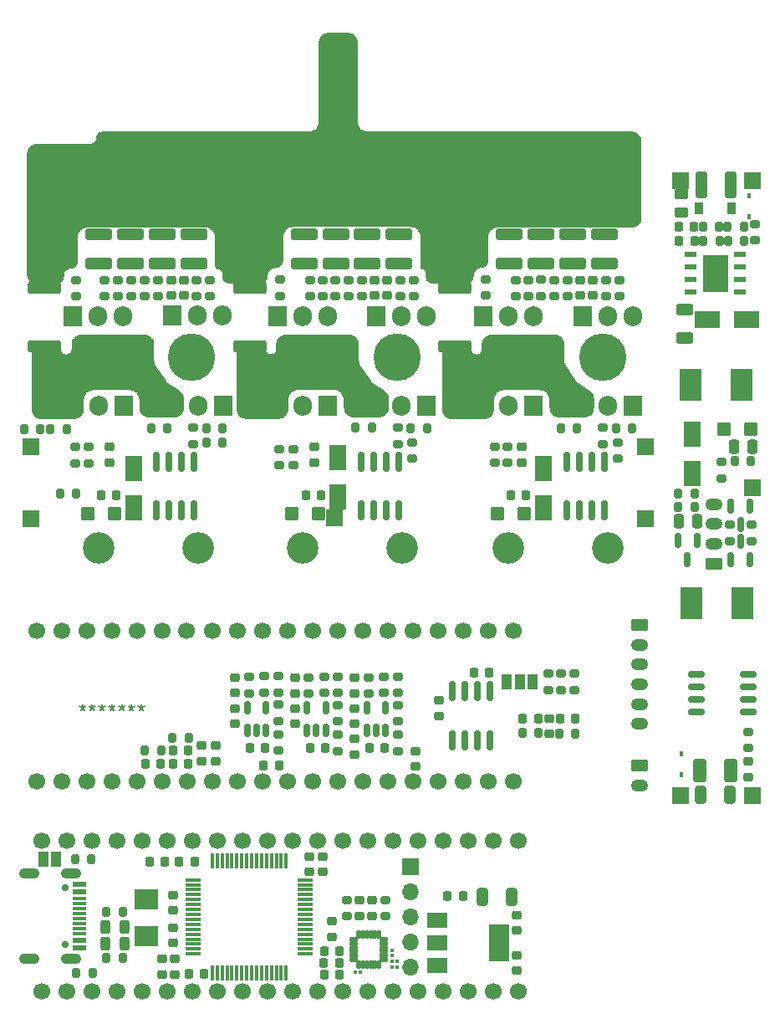
<source format=gbr>
%TF.GenerationSoftware,KiCad,Pcbnew,7.0.10*%
%TF.CreationDate,2024-07-31T12:40:02+02:00*%
%TF.ProjectId,foc,666f632e-6b69-4636-9164-5f7063625858,rev?*%
%TF.SameCoordinates,PXc0145d0PY6b671e0*%
%TF.FileFunction,Soldermask,Top*%
%TF.FilePolarity,Negative*%
%FSLAX46Y46*%
G04 Gerber Fmt 4.6, Leading zero omitted, Abs format (unit mm)*
G04 Created by KiCad (PCBNEW 7.0.10) date 2024-07-31 12:40:02*
%MOMM*%
%LPD*%
G01*
G04 APERTURE LIST*
G04 Aperture macros list*
%AMRoundRect*
0 Rectangle with rounded corners*
0 $1 Rounding radius*
0 $2 $3 $4 $5 $6 $7 $8 $9 X,Y pos of 4 corners*
0 Add a 4 corners polygon primitive as box body*
4,1,4,$2,$3,$4,$5,$6,$7,$8,$9,$2,$3,0*
0 Add four circle primitives for the rounded corners*
1,1,$1+$1,$2,$3*
1,1,$1+$1,$4,$5*
1,1,$1+$1,$6,$7*
1,1,$1+$1,$8,$9*
0 Add four rect primitives between the rounded corners*
20,1,$1+$1,$2,$3,$4,$5,0*
20,1,$1+$1,$4,$5,$6,$7,0*
20,1,$1+$1,$6,$7,$8,$9,0*
20,1,$1+$1,$8,$9,$2,$3,0*%
G04 Aperture macros list end*
%ADD10C,0.150000*%
%ADD11RoundRect,0.200000X0.275000X-0.200000X0.275000X0.200000X-0.275000X0.200000X-0.275000X-0.200000X0*%
%ADD12RoundRect,0.225000X0.250000X-0.225000X0.250000X0.225000X-0.250000X0.225000X-0.250000X-0.225000X0*%
%ADD13R,1.800000X2.500000*%
%ADD14RoundRect,0.225000X-0.250000X0.225000X-0.250000X-0.225000X0.250000X-0.225000X0.250000X0.225000X0*%
%ADD15RoundRect,0.225000X0.225000X0.250000X-0.225000X0.250000X-0.225000X-0.250000X0.225000X-0.250000X0*%
%ADD16R,1.700000X1.700000*%
%ADD17RoundRect,0.250000X1.425000X-0.362500X1.425000X0.362500X-1.425000X0.362500X-1.425000X-0.362500X0*%
%ADD18RoundRect,0.250000X0.450000X0.425000X-0.450000X0.425000X-0.450000X-0.425000X0.450000X-0.425000X0*%
%ADD19RoundRect,0.225000X-0.225000X-0.250000X0.225000X-0.250000X0.225000X0.250000X-0.225000X0.250000X0*%
%ADD20C,3.200000*%
%ADD21RoundRect,0.250000X1.100000X-0.325000X1.100000X0.325000X-1.100000X0.325000X-1.100000X-0.325000X0*%
%ADD22R,2.000000X1.500000*%
%ADD23R,2.000000X3.800000*%
%ADD24RoundRect,0.200000X-0.200000X-0.275000X0.200000X-0.275000X0.200000X0.275000X-0.200000X0.275000X0*%
%ADD25RoundRect,0.200000X-0.275000X0.200000X-0.275000X-0.200000X0.275000X-0.200000X0.275000X0.200000X0*%
%ADD26R,1.000000X1.500000*%
%ADD27RoundRect,0.250000X-0.625000X0.350000X-0.625000X-0.350000X0.625000X-0.350000X0.625000X0.350000X0*%
%ADD28O,1.750000X1.200000*%
%ADD29C,1.700000*%
%ADD30RoundRect,0.150000X0.150000X-0.825000X0.150000X0.825000X-0.150000X0.825000X-0.150000X-0.825000X0*%
%ADD31RoundRect,0.200000X0.200000X0.275000X-0.200000X0.275000X-0.200000X-0.275000X0.200000X-0.275000X0*%
%ADD32RoundRect,0.150000X-0.675000X-0.150000X0.675000X-0.150000X0.675000X0.150000X-0.675000X0.150000X0*%
%ADD33RoundRect,0.075000X-0.125000X-0.075000X0.125000X-0.075000X0.125000X0.075000X-0.125000X0.075000X0*%
%ADD34C,0.700000*%
%ADD35R,1.450000X0.600000*%
%ADD36R,1.450000X0.300000*%
%ADD37O,2.100000X1.050000*%
%ADD38RoundRect,0.250000X0.450000X-0.262500X0.450000X0.262500X-0.450000X0.262500X-0.450000X-0.262500X0*%
%ADD39RoundRect,0.150000X-0.150000X0.587500X-0.150000X-0.587500X0.150000X-0.587500X0.150000X0.587500X0*%
%ADD40RoundRect,0.250000X0.325000X0.650000X-0.325000X0.650000X-0.325000X-0.650000X0.325000X-0.650000X0*%
%ADD41RoundRect,0.150000X0.150000X-0.512500X0.150000X0.512500X-0.150000X0.512500X-0.150000X-0.512500X0*%
%ADD42RoundRect,0.250000X-0.250000X-0.475000X0.250000X-0.475000X0.250000X0.475000X-0.250000X0.475000X0*%
%ADD43RoundRect,0.250000X-0.450000X-0.425000X0.450000X-0.425000X0.450000X0.425000X-0.450000X0.425000X0*%
%ADD44R,2.400000X2.000000*%
%ADD45RoundRect,0.053000X-0.369000X-0.159000X0.369000X-0.159000X0.369000X0.159000X-0.369000X0.159000X0*%
%ADD46RoundRect,0.053000X-0.159000X-0.369000X0.159000X-0.369000X0.159000X0.369000X-0.159000X0.369000X0*%
%ADD47R,0.450000X0.600000*%
%ADD48R,0.900000X1.200000*%
%ADD49RoundRect,0.075000X0.075000X-0.700000X0.075000X0.700000X-0.075000X0.700000X-0.075000X-0.700000X0*%
%ADD50RoundRect,0.075000X0.700000X-0.075000X0.700000X0.075000X-0.700000X0.075000X-0.700000X-0.075000X0*%
%ADD51RoundRect,0.150000X0.150000X-0.587500X0.150000X0.587500X-0.150000X0.587500X-0.150000X-0.587500X0*%
%ADD52R,2.200000X3.300000*%
%ADD53RoundRect,0.243750X-0.243750X-0.456250X0.243750X-0.456250X0.243750X0.456250X-0.243750X0.456250X0*%
%ADD54RoundRect,0.218750X-0.256250X0.218750X-0.256250X-0.218750X0.256250X-0.218750X0.256250X0.218750X0*%
%ADD55RoundRect,0.250000X0.250000X0.475000X-0.250000X0.475000X-0.250000X-0.475000X0.250000X-0.475000X0*%
%ADD56R,1.200000X0.500000*%
%ADD57R,2.540000X3.810000*%
%ADD58RoundRect,0.250000X0.412500X0.925000X-0.412500X0.925000X-0.412500X-0.925000X0.412500X-0.925000X0*%
%ADD59RoundRect,0.075000X-0.075000X0.125000X-0.075000X-0.125000X0.075000X-0.125000X0.075000X0.125000X0*%
%ADD60RoundRect,0.250000X0.625000X-0.312500X0.625000X0.312500X-0.625000X0.312500X-0.625000X-0.312500X0*%
%ADD61RoundRect,0.218750X0.218750X0.256250X-0.218750X0.256250X-0.218750X-0.256250X0.218750X-0.256250X0*%
%ADD62RoundRect,0.250000X0.325000X1.100000X-0.325000X1.100000X-0.325000X-1.100000X0.325000X-1.100000X0*%
%ADD63R,2.500000X1.800000*%
%ADD64R,1.905000X2.000000*%
%ADD65O,1.905000X2.000000*%
%ADD66O,1.700000X1.700000*%
%ADD67C,4.800000*%
%ADD68RoundRect,0.250000X0.625000X-0.350000X0.625000X0.350000X-0.625000X0.350000X-0.625000X-0.350000X0*%
G04 APERTURE END LIST*
D10*
X-70471428Y-6786128D02*
X-70471428Y-7143271D01*
X-70780952Y-7000414D02*
X-70471428Y-7143271D01*
X-70471428Y-7143271D02*
X-70161905Y-7000414D01*
X-70657143Y-7428985D02*
X-70471428Y-7143271D01*
X-70471428Y-7143271D02*
X-70285714Y-7428985D01*
X-69480952Y-6786128D02*
X-69480952Y-7143271D01*
X-69790476Y-7000414D02*
X-69480952Y-7143271D01*
X-69480952Y-7143271D02*
X-69171429Y-7000414D01*
X-69666667Y-7428985D02*
X-69480952Y-7143271D01*
X-69480952Y-7143271D02*
X-69295238Y-7428985D01*
X-68490476Y-6786128D02*
X-68490476Y-7143271D01*
X-68800000Y-7000414D02*
X-68490476Y-7143271D01*
X-68490476Y-7143271D02*
X-68180953Y-7000414D01*
X-68676191Y-7428985D02*
X-68490476Y-7143271D01*
X-68490476Y-7143271D02*
X-68304762Y-7428985D01*
X-67500000Y-6786128D02*
X-67500000Y-7143271D01*
X-67809524Y-7000414D02*
X-67500000Y-7143271D01*
X-67500000Y-7143271D02*
X-67190477Y-7000414D01*
X-67685715Y-7428985D02*
X-67500000Y-7143271D01*
X-67500000Y-7143271D02*
X-67314286Y-7428985D01*
X-66509524Y-6786128D02*
X-66509524Y-7143271D01*
X-66819048Y-7000414D02*
X-66509524Y-7143271D01*
X-66509524Y-7143271D02*
X-66200001Y-7000414D01*
X-66695239Y-7428985D02*
X-66509524Y-7143271D01*
X-66509524Y-7143271D02*
X-66323810Y-7428985D01*
X-65519048Y-6786128D02*
X-65519048Y-7143271D01*
X-65828572Y-7000414D02*
X-65519048Y-7143271D01*
X-65519048Y-7143271D02*
X-65209525Y-7000414D01*
X-65704763Y-7428985D02*
X-65519048Y-7143271D01*
X-65519048Y-7143271D02*
X-65333334Y-7428985D01*
X-64528572Y-6786128D02*
X-64528572Y-7143271D01*
X-64838096Y-7000414D02*
X-64528572Y-7143271D01*
X-64528572Y-7143271D02*
X-64219049Y-7000414D01*
X-64714287Y-7428985D02*
X-64528572Y-7143271D01*
X-64528572Y-7143271D02*
X-64342858Y-7428985D01*
D11*
%TO.C,R18*%
X-27400000Y17625000D03*
X-27400000Y19275000D03*
%TD*%
D12*
%TO.C,C71*%
X-61286429Y-27635000D03*
X-61286429Y-26085000D03*
%TD*%
D13*
%TO.C,D2*%
X-65302500Y17069958D03*
X-65302500Y13069958D03*
%TD*%
D14*
%TO.C,C53*%
X-42935000Y-7230000D03*
X-42935000Y-8780000D03*
%TD*%
D15*
%TO.C,C25*%
X-25535000Y14320000D03*
X-27085000Y14320000D03*
%TD*%
D16*
%TO.C,P6*%
X-9900000Y46220000D03*
%TD*%
D17*
%TO.C,R80*%
X-32751836Y29463879D03*
X-32751836Y35388879D03*
%TD*%
D18*
%TO.C,C9*%
X-67260000Y12520000D03*
X-69960000Y12520000D03*
%TD*%
D11*
%TO.C,R6*%
X-43736429Y-28260000D03*
X-43736429Y-26610000D03*
%TD*%
D19*
%TO.C,C68*%
X-46011429Y-31760000D03*
X-44461429Y-31760000D03*
%TD*%
D20*
%TO.C,H10*%
X-38127500Y9000042D03*
%TD*%
D12*
%TO.C,C60*%
X-20060000Y34545000D03*
X-20060000Y36095000D03*
%TD*%
D21*
%TO.C,C46*%
X-48020000Y37805000D03*
X-48020000Y40755000D03*
%TD*%
D12*
%TO.C,C1*%
X-23222151Y-9765420D03*
X-23222151Y-8215420D03*
%TD*%
D22*
%TO.C,U3*%
X-34586429Y-28660000D03*
X-34586429Y-30960000D03*
D23*
X-28286429Y-30960000D03*
D22*
X-34586429Y-33260000D03*
%TD*%
D15*
%TO.C,C29*%
X-8514999Y40075000D03*
X-10064999Y40075000D03*
%TD*%
D17*
%TO.C,R62*%
X-53510000Y29463879D03*
X-53510000Y35388879D03*
%TD*%
D12*
%TO.C,C22*%
X-42930000Y-11875000D03*
X-42930000Y-10325000D03*
%TD*%
D20*
%TO.C,H3*%
X-48242500Y46700000D03*
%TD*%
D15*
%TO.C,C45*%
X-59765000Y-11500000D03*
X-61315000Y-11500000D03*
%TD*%
D24*
%TO.C,R28*%
X-73735000Y21050000D03*
X-72085000Y21050000D03*
%TD*%
D25*
%TO.C,R65*%
X-36947500Y36145000D03*
X-36947500Y34495000D03*
%TD*%
D16*
%TO.C,P8*%
X-9900000Y-16050000D03*
%TD*%
D25*
%TO.C,R69*%
X-29620000Y36205000D03*
X-29620000Y34555000D03*
%TD*%
D26*
%TO.C,SW1*%
X-24900000Y-4500000D03*
X-26200000Y-4500000D03*
X-27500000Y-4500000D03*
%TD*%
D11*
%TO.C,R9*%
X-4889999Y9725000D03*
X-4889999Y11375000D03*
%TD*%
D25*
%TO.C,R51*%
X-50480000Y36170000D03*
X-50480000Y34520000D03*
%TD*%
D27*
%TO.C,J1*%
X-14060000Y-13020000D03*
D28*
X-14060000Y-15020000D03*
%TD*%
D14*
%TO.C,C69*%
X-62436429Y-32585000D03*
X-62436429Y-34135000D03*
%TD*%
D25*
%TO.C,R55*%
X-45985000Y-3980000D03*
X-45985000Y-5630000D03*
%TD*%
D11*
%TO.C,R16*%
X-49150000Y17375000D03*
X-49150000Y19025000D03*
%TD*%
D21*
%TO.C,C57*%
X-20850000Y37785000D03*
X-20850000Y40735000D03*
%TD*%
D19*
%TO.C,C70*%
X-46011429Y-34200000D03*
X-44461429Y-34200000D03*
%TD*%
D21*
%TO.C,C37*%
X-65600000Y37800000D03*
X-65600000Y40750000D03*
%TD*%
D12*
%TO.C,C43*%
X-48985000Y-8780000D03*
X-48985000Y-7230000D03*
%TD*%
D29*
%TO.C,*%
X-46667500Y-35840000D03*
%TD*%
D24*
%TO.C,R13*%
X-10139999Y14550000D03*
X-8489999Y14550000D03*
%TD*%
D30*
%TO.C,U7*%
X-21452500Y12795000D03*
X-20182500Y12795000D03*
X-18912500Y12795000D03*
X-17642500Y12795000D03*
X-17642500Y17745000D03*
X-18912500Y17745000D03*
X-20182500Y17745000D03*
X-21452500Y17745000D03*
%TD*%
D31*
%TO.C,R8*%
X-2764999Y17800000D03*
X-4414999Y17800000D03*
%TD*%
D18*
%TO.C,C24*%
X-25760000Y12520000D03*
X-28460000Y12520000D03*
%TD*%
D27*
%TO.C,J2*%
X-14050000Y1220000D03*
D28*
X-14050000Y-780000D03*
X-14050000Y-2780000D03*
X-14050000Y-4780000D03*
X-14050000Y-6780000D03*
X-14050000Y-8780000D03*
%TD*%
D32*
%TO.C,U5*%
X-8314999Y-3795000D03*
X-8314999Y-5065000D03*
X-8314999Y-6335000D03*
X-8314999Y-7605000D03*
X-3064999Y-7605000D03*
X-3064999Y-6335000D03*
X-3064999Y-5065000D03*
X-3064999Y-3795000D03*
%TD*%
D15*
%TO.C,C11*%
X-67035000Y14320000D03*
X-68585000Y14320000D03*
%TD*%
D29*
%TO.C,*%
X-74607500Y-35840000D03*
%TD*%
D33*
%TO.C, R4k*%
X-39140000Y-33400000D03*
X-38640000Y-33400000D03*
%TD*%
D24*
%TO.C,R24*%
X-7614999Y40075000D03*
X-5964999Y40075000D03*
%TD*%
D25*
%TO.C,R3*%
X-20700002Y-3700002D03*
X-20700002Y-5350002D03*
%TD*%
%TO.C,R30*%
X-50635000Y-6855000D03*
X-50635000Y-8505000D03*
%TD*%
D30*
%TO.C,U6*%
X-42295000Y12795000D03*
X-41025000Y12795000D03*
X-39755000Y12795000D03*
X-38485000Y12795000D03*
X-38485000Y17745000D03*
X-39755000Y17745000D03*
X-41025000Y17745000D03*
X-42295000Y17745000D03*
%TD*%
D11*
%TO.C,R36*%
X-68260000Y34495000D03*
X-68260000Y36145000D03*
%TD*%
D21*
%TO.C,C49*%
X-38420000Y37805000D03*
X-38420000Y40755000D03*
%TD*%
D29*
%TO.C,*%
X-54287500Y-35840000D03*
%TD*%
D31*
%TO.C,R78*%
X-14785000Y21120000D03*
X-16435000Y21120000D03*
%TD*%
D34*
%TO.C,J6*%
X-72192835Y-25349999D03*
X-72192835Y-31129999D03*
D35*
X-70747835Y-24989999D03*
X-70747835Y-25789999D03*
D36*
X-70747835Y-26989999D03*
X-70747835Y-27989999D03*
X-70747835Y-28489999D03*
X-70747835Y-29489999D03*
D35*
X-70747835Y-31489999D03*
X-70747835Y-30689999D03*
D36*
X-70747835Y-29989999D03*
X-70747835Y-28989999D03*
X-70747835Y-27489999D03*
X-70747835Y-26489999D03*
D37*
X-71662835Y-23919999D03*
X-71662835Y-32559999D03*
X-75842835Y-23919999D03*
X-75842835Y-32559999D03*
%TD*%
D25*
%TO.C,R43*%
X-58910000Y36145000D03*
X-58910000Y34495000D03*
%TD*%
D38*
%TO.C,R20*%
X-9789999Y42987500D03*
X-9789999Y44812500D03*
%TD*%
D39*
%TO.C,Q1*%
X-2889999Y13287500D03*
X-4789999Y13287500D03*
X-3839999Y11412500D03*
%TD*%
D25*
%TO.C,R29*%
X-50635000Y-9855000D03*
X-50635000Y-11505000D03*
%TD*%
D15*
%TO.C,C3*%
X-20589578Y-8260422D03*
X-22139578Y-8260422D03*
%TD*%
D29*
%TO.C,*%
X-41587500Y-35840000D03*
%TD*%
D12*
%TO.C,C73*%
X-61286429Y-30935000D03*
X-61286429Y-29385000D03*
%TD*%
D40*
%TO.C,C13*%
X-27047858Y-26300000D03*
X-29997858Y-26300000D03*
%TD*%
D14*
%TO.C,C16*%
X-26486429Y-32185000D03*
X-26486429Y-33735000D03*
%TD*%
D41*
%TO.C,U10*%
X-47735000Y-9442500D03*
X-46785000Y-9442500D03*
X-45835000Y-9442500D03*
X-45835000Y-7167500D03*
X-47735000Y-7167500D03*
%TD*%
D29*
%TO.C,*%
X-44127500Y-35840000D03*
%TD*%
D42*
%TO.C,C31*%
X-4514999Y19300000D03*
X-2614999Y19300000D03*
%TD*%
D21*
%TO.C,C39*%
X-62400000Y37800000D03*
X-62400000Y40750000D03*
%TD*%
D12*
%TO.C,C66*%
X-45200000Y-30335000D03*
X-45200000Y-28785000D03*
%TD*%
D11*
%TO.C,R79*%
X-16260000Y18045000D03*
X-16260000Y19695000D03*
%TD*%
D31*
%TO.C,R89*%
X-66423928Y-27800000D03*
X-68073928Y-27800000D03*
%TD*%
D11*
%TO.C,R57*%
X-44860000Y34495000D03*
X-44860000Y36145000D03*
%TD*%
D15*
%TO.C,C72*%
X-58161429Y-34060000D03*
X-59711429Y-34060000D03*
%TD*%
D43*
%TO.C,C32*%
X-5514999Y21000000D03*
X-2814999Y21000000D03*
%TD*%
D11*
%TO.C,R15*%
X-71180000Y17575000D03*
X-71180000Y19225000D03*
%TD*%
D29*
%TO.C,*%
X-56827500Y-35840000D03*
%TD*%
D21*
%TO.C,C47*%
X-44820000Y37805000D03*
X-44820000Y40755000D03*
%TD*%
D11*
%TO.C,R37*%
X-65560000Y34495000D03*
X-65560000Y36145000D03*
%TD*%
D44*
%TO.C,Y1*%
X-64000000Y-26550000D03*
X-64000000Y-30250000D03*
%TD*%
D12*
%TO.C,C5*%
X-42436427Y-28210000D03*
X-42436427Y-26660000D03*
%TD*%
D16*
%TO.C,P9*%
X-13450000Y19300000D03*
%TD*%
D29*
%TO.C,*%
X-69527500Y-35840000D03*
%TD*%
D45*
%TO.C,U2*%
X-43024178Y-30620000D03*
X-43024178Y-31020000D03*
X-43024178Y-31420000D03*
X-43024178Y-31820000D03*
X-43024178Y-32220000D03*
X-43024178Y-32620000D03*
D46*
X-42479178Y-33165000D03*
X-42079178Y-33165000D03*
X-41679178Y-33165000D03*
X-41279178Y-33165000D03*
X-40879178Y-33165000D03*
X-40479178Y-33165000D03*
D45*
X-39934178Y-32620000D03*
X-39934178Y-32220000D03*
X-39934178Y-31820000D03*
X-39934178Y-31420000D03*
X-39934178Y-31020000D03*
X-39934178Y-30620000D03*
D46*
X-40479178Y-30075000D03*
X-40879178Y-30075000D03*
X-41279178Y-30075000D03*
X-41679178Y-30075000D03*
X-42079178Y-30075000D03*
X-42479178Y-30075000D03*
%TD*%
D41*
%TO.C,U11*%
X-41685000Y-9442500D03*
X-40735000Y-9442500D03*
X-39785000Y-9442500D03*
X-39785000Y-7167500D03*
X-41685000Y-7167500D03*
%TD*%
D24*
%TO.C,R85*%
X-64175000Y-11500000D03*
X-62525000Y-11500000D03*
%TD*%
D47*
%TO.C,D3*%
X-9839999Y-11800000D03*
X-9839999Y-13900000D03*
%TD*%
D12*
%TO.C,C15*%
X-26486429Y-29685000D03*
X-26486429Y-28135000D03*
%TD*%
D25*
%TO.C,R84*%
X-22690000Y36145000D03*
X-22690000Y34495000D03*
%TD*%
D12*
%TO.C,C50*%
X-39610000Y34545000D03*
X-39610000Y36095000D03*
%TD*%
%TO.C,C67*%
X-47536431Y-23775000D03*
X-47536431Y-22225000D03*
%TD*%
D48*
%TO.C,D6*%
X-8039999Y43400000D03*
X-4739999Y43400000D03*
%TD*%
D16*
%TO.C,P3*%
X-2589999Y46200000D03*
%TD*%
%TO.C,P1*%
X-2639999Y15150000D03*
%TD*%
D25*
%TO.C,R64*%
X-42210000Y36145000D03*
X-42210000Y34495000D03*
%TD*%
%TO.C,R32*%
X-59260000Y21195000D03*
X-59260000Y19545000D03*
%TD*%
D24*
%TO.C,R21*%
X-7639999Y41500000D03*
X-5989999Y41500000D03*
%TD*%
D12*
%TO.C,C14*%
X-67727500Y17695000D03*
X-67727500Y19245000D03*
%TD*%
%TO.C,C61*%
X-36750000Y-13075000D03*
X-36750000Y-11525000D03*
%TD*%
D19*
%TO.C,C54*%
X-41410000Y-11205000D03*
X-39860000Y-11205000D03*
%TD*%
D25*
%TO.C,R68*%
X-38535000Y-6880000D03*
X-38535000Y-8530000D03*
%TD*%
%TO.C,R7*%
X-39786429Y-26585000D03*
X-39786429Y-28235000D03*
%TD*%
D20*
%TO.C,H11*%
X-27327500Y9000042D03*
%TD*%
D49*
%TO.C,U14*%
X-57343627Y-33989997D03*
X-56843627Y-33989997D03*
X-56343627Y-33989997D03*
X-55843627Y-33989997D03*
X-55343627Y-33989997D03*
X-54843627Y-33989997D03*
X-54343627Y-33989997D03*
X-53843627Y-33989997D03*
X-53343627Y-33989997D03*
X-52843627Y-33989997D03*
X-52343627Y-33989997D03*
X-51843627Y-33989997D03*
X-51343627Y-33989997D03*
X-50843627Y-33989997D03*
X-50343627Y-33989997D03*
X-49843627Y-33989997D03*
D50*
X-47918627Y-32064997D03*
X-47918627Y-31564997D03*
X-47918627Y-31064997D03*
X-47918627Y-30564997D03*
X-47918627Y-30064997D03*
X-47918627Y-29564997D03*
X-47918627Y-29064997D03*
X-47918627Y-28564997D03*
X-47918627Y-28064997D03*
X-47918627Y-27564997D03*
X-47918627Y-27064997D03*
X-47918627Y-26564997D03*
X-47918627Y-26064997D03*
X-47918627Y-25564997D03*
X-47918627Y-25064997D03*
X-47918627Y-24564997D03*
D49*
X-49843627Y-22639997D03*
X-50343627Y-22639997D03*
X-50843627Y-22639997D03*
X-51343627Y-22639997D03*
X-51843627Y-22639997D03*
X-52343627Y-22639997D03*
X-52843627Y-22639997D03*
X-53343627Y-22639997D03*
X-53843627Y-22639997D03*
X-54343627Y-22639997D03*
X-54843627Y-22639997D03*
X-55343627Y-22639997D03*
X-55843627Y-22639997D03*
X-56343627Y-22639997D03*
X-56843627Y-22639997D03*
X-57343627Y-22639997D03*
D50*
X-59268627Y-24564997D03*
X-59268627Y-25064997D03*
X-59268627Y-25564997D03*
X-59268627Y-26064997D03*
X-59268627Y-26564997D03*
X-59268627Y-27064997D03*
X-59268627Y-27564997D03*
X-59268627Y-28064997D03*
X-59268627Y-28564997D03*
X-59268627Y-29064997D03*
X-59268627Y-29564997D03*
X-59268627Y-30064997D03*
X-59268627Y-30564997D03*
X-59268627Y-31064997D03*
X-59268627Y-31564997D03*
X-59268627Y-32064997D03*
%TD*%
D31*
%TO.C,R40*%
X-56285000Y21120000D03*
X-57935000Y21120000D03*
%TD*%
D17*
%TO.C,R42*%
X-74301836Y29463837D03*
X-74301836Y35388837D03*
%TD*%
D25*
%TO.C,R45*%
X-57610000Y36145000D03*
X-57610000Y34495000D03*
%TD*%
D18*
%TO.C,C17*%
X-46600000Y12520000D03*
X-49300000Y12520000D03*
%TD*%
D30*
%TO.C,U4*%
X-62985000Y12794958D03*
X-61715000Y12794958D03*
X-60445000Y12794958D03*
X-59175000Y12794958D03*
X-59175000Y17744958D03*
X-60445000Y17744958D03*
X-61715000Y17744958D03*
X-62985000Y17744958D03*
%TD*%
D19*
%TO.C,C2*%
X-25897152Y-8250424D03*
X-24347152Y-8250424D03*
%TD*%
D51*
%TO.C,Q2*%
X-4789999Y7812500D03*
X-2889999Y7812500D03*
X-3839999Y9687500D03*
%TD*%
D52*
%TO.C,CYA0650-68UH1*%
X-8839999Y3400000D03*
X-3639999Y3400000D03*
%TD*%
D31*
%TO.C,R86*%
X-69575000Y-22500000D03*
X-71225000Y-22500000D03*
%TD*%
D29*
%TO.C,*%
X-51747500Y-35840000D03*
%TD*%
D25*
%TO.C,R53*%
X-47585000Y-4080000D03*
X-47585000Y-5730000D03*
%TD*%
D53*
%TO.C,D10*%
X-68125000Y-29300000D03*
X-66250000Y-29300000D03*
%TD*%
D20*
%TO.C,H2*%
X-58860000Y46750000D03*
%TD*%
D25*
%TO.C,R70*%
X-17760000Y21195000D03*
X-17760000Y19545000D03*
%TD*%
D12*
%TO.C,C30*%
X-58390000Y-12545000D03*
X-58390000Y-10995000D03*
%TD*%
D14*
%TO.C,C12*%
X-56960000Y-10995000D03*
X-56960000Y-12545000D03*
%TD*%
D21*
%TO.C,C36*%
X-68800000Y37800000D03*
X-68800000Y40750000D03*
%TD*%
D15*
%TO.C,C7*%
X-29275000Y-3600000D03*
X-30825000Y-3600000D03*
%TD*%
D31*
%TO.C,R4*%
X-24297152Y-9730424D03*
X-25947152Y-9730424D03*
%TD*%
D14*
%TO.C,C4*%
X-34350000Y-6425000D03*
X-34350000Y-7975000D03*
%TD*%
D15*
%TO.C,C27*%
X-8539999Y41500000D03*
X-10089999Y41500000D03*
%TD*%
D24*
%TO.C,R39*%
X-63535000Y21120000D03*
X-61885000Y21120000D03*
%TD*%
D13*
%TO.C,D4*%
X-44612500Y18200000D03*
X-44612500Y14200000D03*
%TD*%
D24*
%TO.C,R59*%
X-42835000Y21200000D03*
X-41185000Y21200000D03*
%TD*%
D12*
%TO.C,C28*%
X-26000000Y17695000D03*
X-26000000Y19245000D03*
%TD*%
D16*
%TO.C,P5*%
X-13450000Y12000000D03*
%TD*%
D25*
%TO.C,R90*%
X-3089999Y-9575000D03*
X-3089999Y-11225000D03*
%TD*%
D39*
%TO.C,Q3*%
X-8250000Y9737500D03*
X-10150000Y9737500D03*
X-9200000Y7862500D03*
%TD*%
D31*
%TO.C,R23*%
X-3464999Y40075000D03*
X-5114999Y40075000D03*
%TD*%
D25*
%TO.C,R83*%
X-16090000Y36145000D03*
X-16090000Y34495000D03*
%TD*%
D47*
%TO.C,D5*%
X-2989999Y44650000D03*
X-2989999Y42550000D03*
%TD*%
D33*
%TO.C,CAP01*%
X-39140000Y-32810000D03*
X-38640000Y-32810000D03*
%TD*%
D13*
%TO.C,D1*%
X-8764999Y20550000D03*
X-8764999Y16550000D03*
%TD*%
%TO.C,D7*%
X-23770000Y17070000D03*
X-23770000Y13070000D03*
%TD*%
D29*
%TO.C,*%
X-49207500Y-35840000D03*
%TD*%
D25*
%TO.C,R1*%
X-23300000Y-3700003D03*
X-23300000Y-5350003D03*
%TD*%
D26*
%TO.C,SW3*%
X-74442835Y-22500000D03*
X-73142835Y-22500000D03*
%TD*%
D11*
%TO.C,R19*%
X-28712500Y17645000D03*
X-28712500Y19295000D03*
%TD*%
D12*
%TO.C,C6*%
X-41136429Y-28210000D03*
X-41136429Y-26660000D03*
%TD*%
D11*
%TO.C,R17*%
X-50550000Y17375000D03*
X-50550000Y19025000D03*
%TD*%
D25*
%TO.C,R72*%
X-38535000Y-3980000D03*
X-38535000Y-5630000D03*
%TD*%
D12*
%TO.C,C52*%
X-42935000Y-5680000D03*
X-42935000Y-4130000D03*
%TD*%
D11*
%TO.C,R14*%
X-69837500Y17605000D03*
X-69837500Y19255000D03*
%TD*%
D31*
%TO.C,R87*%
X-69475000Y-34000000D03*
X-71125000Y-34000000D03*
%TD*%
D19*
%TO.C,C35*%
X-53510000Y-11180000D03*
X-51960000Y-11180000D03*
%TD*%
D31*
%TO.C,R41*%
X-56275000Y19700000D03*
X-57925000Y19700000D03*
%TD*%
D29*
%TO.C,*%
X-72067500Y-35840000D03*
%TD*%
D31*
%TO.C,R22*%
X-3489999Y41500000D03*
X-5139999Y41500000D03*
%TD*%
D11*
%TO.C,R26*%
X-2389999Y40175000D03*
X-2389999Y41825000D03*
%TD*%
D25*
%TO.C,R10*%
X-2700000Y11375000D03*
X-2700000Y9725000D03*
%TD*%
D12*
%TO.C,C34*%
X-55035000Y-8755000D03*
X-55035000Y-7205000D03*
%TD*%
D29*
%TO.C,*%
X-66987500Y-35840000D03*
%TD*%
D40*
%TO.C,C23*%
X-4914999Y-16000000D03*
X-7864999Y-16000000D03*
%TD*%
D12*
%TO.C,C65*%
X-46136429Y-23775000D03*
X-46136429Y-22225000D03*
%TD*%
D14*
%TO.C,C42*%
X-48985000Y-4130000D03*
X-48985000Y-5680000D03*
%TD*%
D12*
%TO.C,C20*%
X-47027500Y17695000D03*
X-47027500Y19245000D03*
%TD*%
D54*
%TO.C,D11*%
X-3089999Y-12612500D03*
X-3089999Y-14187500D03*
%TD*%
D19*
%TO.C,C63*%
X-64125000Y-12800000D03*
X-62575000Y-12800000D03*
%TD*%
%TO.C,C44*%
X-47460000Y-11205000D03*
X-45910000Y-11205000D03*
%TD*%
D20*
%TO.C,H7*%
X-68860000Y9000000D03*
%TD*%
D16*
%TO.C,P4*%
X-2589999Y-16050000D03*
%TD*%
D21*
%TO.C,C48*%
X-41620000Y37805000D03*
X-41620000Y40755000D03*
%TD*%
D20*
%TO.C,H5*%
X-27372500Y46700000D03*
%TD*%
D15*
%TO.C,C19*%
X-46335000Y14320000D03*
X-47885000Y14320000D03*
%TD*%
D55*
%TO.C,C8*%
X-8200000Y11700000D03*
X-10100000Y11700000D03*
%TD*%
D21*
%TO.C,C56*%
X-24050000Y37785000D03*
X-24050000Y40735000D03*
%TD*%
D11*
%TO.C,R74*%
X-26610000Y34495000D03*
X-26610000Y36145000D03*
%TD*%
D29*
%TO.C,*%
X-59367500Y-35840000D03*
%TD*%
%TO.C,*%
X-61907500Y-35840000D03*
%TD*%
D20*
%TO.C,H12*%
X-17277500Y9000042D03*
%TD*%
D16*
%TO.C,P7*%
X-75700000Y19300000D03*
%TD*%
D31*
%TO.C,R60*%
X-35585000Y21120000D03*
X-37235000Y21120000D03*
%TD*%
D21*
%TO.C,C58*%
X-17650000Y37785000D03*
X-17650000Y40735000D03*
%TD*%
D25*
%TO.C,R71*%
X-41535000Y-4080000D03*
X-41535000Y-5730000D03*
%TD*%
D20*
%TO.C,H4*%
X-38172500Y46700000D03*
%TD*%
D31*
%TO.C,R50*%
X-59715000Y-10200000D03*
X-61365000Y-10200000D03*
%TD*%
D11*
%TO.C,R58*%
X-46160000Y34495000D03*
X-46160000Y36145000D03*
%TD*%
D25*
%TO.C,R35*%
X-52035000Y-3955000D03*
X-52035000Y-5605000D03*
%TD*%
%TO.C,R81*%
X-17410000Y36145000D03*
X-17410000Y34495000D03*
%TD*%
D56*
%TO.C,U8*%
X-3880000Y34919999D03*
X-3880000Y36189999D03*
X-3880000Y37459999D03*
X-3880000Y38724999D03*
X-8880000Y38729999D03*
X-8880000Y37459999D03*
X-8880000Y36189999D03*
X-8880000Y34919999D03*
D57*
X-6380000Y36824999D03*
%TD*%
D21*
%TO.C,C38*%
X-59200000Y37800000D03*
X-59200000Y40750000D03*
%TD*%
D29*
%TO.C,*%
X-64447500Y-35840000D03*
%TD*%
D16*
%TO.C,P10*%
X-45000000Y12050000D03*
%TD*%
D19*
%TO.C,C10*%
X-33511429Y-26210000D03*
X-31961429Y-26210000D03*
%TD*%
D58*
%TO.C,C21*%
X-4852499Y-13500000D03*
X-7927499Y-13500000D03*
%TD*%
D11*
%TO.C,R76*%
X-25310000Y34495000D03*
X-25310000Y36145000D03*
%TD*%
%TO.C,R75*%
X-24010000Y34505000D03*
X-24010000Y36155000D03*
%TD*%
D31*
%TO.C,R88*%
X-66423928Y-32500000D03*
X-68073928Y-32500000D03*
%TD*%
D20*
%TO.C,H1*%
X-68942500Y46700000D03*
%TD*%
D11*
%TO.C,R38*%
X-66910000Y34495000D03*
X-66910000Y36145000D03*
%TD*%
D25*
%TO.C,R34*%
X-50635000Y-3955000D03*
X-50635000Y-5605000D03*
%TD*%
D12*
%TO.C,C41*%
X-61510000Y34545000D03*
X-61510000Y36095000D03*
%TD*%
%TO.C,C59*%
X-18760000Y34545000D03*
X-18760000Y36095000D03*
%TD*%
D25*
%TO.C,R63*%
X-38260000Y36145000D03*
X-38260000Y34495000D03*
%TD*%
%TO.C,R52*%
X-38560000Y21195000D03*
X-38560000Y19545000D03*
%TD*%
D20*
%TO.C,H6*%
X-17322500Y46700000D03*
%TD*%
D24*
%TO.C,R77*%
X-22035000Y21120000D03*
X-20385000Y21120000D03*
%TD*%
D41*
%TO.C,U9*%
X-53785000Y-9417500D03*
X-52835000Y-9417500D03*
X-51885000Y-9417500D03*
X-51885000Y-7142500D03*
X-53785000Y-7142500D03*
%TD*%
D59*
%TO.C, R3k*%
X-39150000Y-31680000D03*
X-39150000Y-32180000D03*
%TD*%
D25*
%TO.C,R54*%
X-44585000Y-3980000D03*
X-44585000Y-5630000D03*
%TD*%
D19*
%TO.C,C74*%
X-60681429Y-22700000D03*
X-59131429Y-22700000D03*
%TD*%
D11*
%TO.C,R61*%
X-37060000Y18045000D03*
X-37060000Y19695000D03*
%TD*%
D12*
%TO.C,C40*%
X-60210000Y34545000D03*
X-60210000Y36095000D03*
%TD*%
D60*
%TO.C,R25*%
X-9489999Y30237500D03*
X-9489999Y33162500D03*
%TD*%
D20*
%TO.C,H9*%
X-48177500Y9000042D03*
%TD*%
D16*
%TO.C,P2*%
X-75700000Y12000000D03*
%TD*%
D15*
%TO.C,C18*%
X-50585000Y-13000000D03*
X-52135000Y-13000000D03*
%TD*%
D25*
%TO.C,R67*%
X-38535000Y-9880000D03*
X-38535000Y-11530000D03*
%TD*%
D14*
%TO.C,C75*%
X-61136429Y-32585000D03*
X-61136429Y-34135000D03*
%TD*%
D31*
%TO.C,R5*%
X-20539578Y-9750423D03*
X-22189578Y-9750423D03*
%TD*%
D11*
%TO.C,R12*%
X-5789999Y16075000D03*
X-5789999Y17725000D03*
%TD*%
D20*
%TO.C,H8*%
X-58777500Y9000042D03*
%TD*%
D25*
%TO.C,R73*%
X-39935000Y-3980000D03*
X-39935000Y-5630000D03*
%TD*%
%TO.C,R44*%
X-62860000Y36145000D03*
X-62860000Y34495000D03*
%TD*%
D33*
%TO.C,CAP02*%
X-42870000Y-33900000D03*
X-42370000Y-33900000D03*
%TD*%
D30*
%TO.C,U1*%
X-32990000Y-10450000D03*
X-31720000Y-10450000D03*
X-30450000Y-10450000D03*
X-29180000Y-10450000D03*
X-29180000Y-5500000D03*
X-30450000Y-5500000D03*
X-31720000Y-5500000D03*
X-32990000Y-5500000D03*
%TD*%
D31*
%TO.C,R27*%
X-74735000Y21050000D03*
X-76385000Y21050000D03*
%TD*%
D25*
%TO.C,R46*%
X-64210000Y36145000D03*
X-64210000Y34495000D03*
%TD*%
D31*
%TO.C,R48*%
X-71125000Y14550000D03*
X-72775000Y14550000D03*
%TD*%
D25*
%TO.C,R2*%
X-22000002Y-3700002D03*
X-22000002Y-5350002D03*
%TD*%
D61*
%TO.C,L1*%
X-44448929Y-33000000D03*
X-46023929Y-33000000D03*
%TD*%
D21*
%TO.C,C55*%
X-27250000Y37785000D03*
X-27250000Y40735000D03*
%TD*%
D25*
%TO.C,R31*%
X-71130000Y36145000D03*
X-71130000Y34495000D03*
%TD*%
D14*
%TO.C,C33*%
X-55035000Y-4105000D03*
X-55035000Y-5655000D03*
%TD*%
D15*
%TO.C,C64*%
X-62125000Y-22700000D03*
X-63675000Y-22700000D03*
%TD*%
D53*
%TO.C,D9*%
X-68125000Y-31000000D03*
X-66250000Y-31000000D03*
%TD*%
D19*
%TO.C,C62*%
X-61315000Y-12800000D03*
X-59765000Y-12800000D03*
%TD*%
D12*
%TO.C,C51*%
X-40910000Y34545000D03*
X-40910000Y36095000D03*
%TD*%
D24*
%TO.C,R11*%
X-10139999Y13200000D03*
X-8489999Y13200000D03*
%TD*%
D25*
%TO.C,R66*%
X-43547500Y36145000D03*
X-43547500Y34495000D03*
%TD*%
%TO.C,R47*%
X-44585000Y-9880000D03*
X-44585000Y-11530000D03*
%TD*%
D52*
%TO.C,CYA0650-68UH2*%
X-8889999Y25500000D03*
X-3689999Y25500000D03*
%TD*%
D25*
%TO.C,R49*%
X-44585000Y-6880000D03*
X-44585000Y-8530000D03*
%TD*%
D11*
%TO.C,R56*%
X-47460000Y34495000D03*
X-47460000Y36145000D03*
%TD*%
D62*
%TO.C,C26*%
X-4804999Y45770000D03*
X-7754999Y45770000D03*
%TD*%
D25*
%TO.C,R33*%
X-53635000Y-4055000D03*
X-53635000Y-5705000D03*
%TD*%
D63*
%TO.C,D8*%
X-7189999Y32100000D03*
X-3189999Y32100000D03*
%TD*%
D25*
%TO.C,R82*%
X-21360000Y36145000D03*
X-21360000Y34495000D03*
%TD*%
D64*
%TO.C,Q11*%
X-35610000Y23370000D03*
D65*
X-38150000Y23370000D03*
X-40690000Y23370000D03*
%TD*%
D64*
%TO.C,Q5*%
X-66342500Y23369958D03*
D65*
X-68882500Y23369958D03*
X-71422500Y23369958D03*
%TD*%
D64*
%TO.C,Q12*%
X-29890000Y32470000D03*
D65*
X-27350000Y32470000D03*
X-24810000Y32470000D03*
%TD*%
D16*
%TO.C,P11*%
X-37236429Y-23235000D03*
D66*
X-37236429Y-25775000D03*
X-37236429Y-28315000D03*
X-37236429Y-30855000D03*
X-37236429Y-33395000D03*
%TD*%
D67*
%TO.C,H13*%
X-59400000Y28320000D03*
%TD*%
%TO.C,H15*%
X-17800000Y28300000D03*
%TD*%
D64*
%TO.C,Q9*%
X-45660000Y23370000D03*
D65*
X-48200000Y23370000D03*
X-50740000Y23370000D03*
%TD*%
D29*
%TO.C,U12*%
X-26867500Y-14645000D03*
X-29407500Y-14645000D03*
X-31947500Y-14645000D03*
X-34487500Y-14645000D03*
X-37027500Y-14645000D03*
X-39567500Y-14645000D03*
X-42107500Y-14645000D03*
X-44647500Y-14645000D03*
X-47187500Y-14645000D03*
X-49727500Y-14645000D03*
X-52267500Y-14645000D03*
X-54807500Y-14645000D03*
X-57347500Y-14645000D03*
X-59887500Y-14645000D03*
X-62427500Y-14645000D03*
X-64967500Y-14645000D03*
X-67507500Y-14645000D03*
X-70047500Y-14645000D03*
X-72587500Y-14645000D03*
X-75127500Y-14645000D03*
X-75127500Y595000D03*
X-72587500Y595000D03*
X-70047500Y595000D03*
X-67507500Y595000D03*
X-64967500Y595000D03*
X-62427500Y595000D03*
X-59911105Y604993D03*
X-57347500Y595000D03*
X-54807500Y595000D03*
X-52267500Y595000D03*
X-49727500Y595000D03*
X-47187500Y595000D03*
X-44647500Y595000D03*
X-42107500Y595000D03*
X-39567500Y595000D03*
X-37027500Y595000D03*
X-34487500Y595000D03*
X-31947500Y595000D03*
X-29407500Y595000D03*
X-26867500Y595000D03*
%TD*%
D64*
%TO.C,Q14*%
X-19840000Y32470000D03*
D65*
X-17300000Y32470000D03*
X-14760000Y32470000D03*
%TD*%
D64*
%TO.C,Q4*%
X-71460000Y32470000D03*
D65*
X-68920000Y32470000D03*
X-66380000Y32470000D03*
%TD*%
D68*
%TO.C,J4*%
X-6489999Y7450000D03*
D28*
X-6489999Y9450000D03*
X-6489999Y11450000D03*
X-6489999Y13450000D03*
%TD*%
D64*
%TO.C,Q15*%
X-14760000Y23370000D03*
D65*
X-17300000Y23370000D03*
X-19840000Y23370000D03*
%TD*%
D64*
%TO.C,Q7*%
X-56260000Y23370000D03*
D65*
X-58800000Y23370000D03*
X-61340000Y23370000D03*
%TD*%
D64*
%TO.C,Q13*%
X-24810000Y23370000D03*
D65*
X-27350000Y23370000D03*
X-29890000Y23370000D03*
%TD*%
D64*
%TO.C,Q10*%
X-40690000Y32470000D03*
D65*
X-38150000Y32470000D03*
X-35610000Y32470000D03*
%TD*%
D64*
%TO.C,Q8*%
X-50760000Y32470000D03*
D65*
X-48220000Y32470000D03*
X-45680000Y32470000D03*
%TD*%
D67*
%TO.C,H14*%
X-38600000Y28300000D03*
%TD*%
D64*
%TO.C,Q6*%
X-61377500Y32520000D03*
D65*
X-58837500Y32520000D03*
X-56297500Y32520000D03*
%TD*%
D29*
%TO.C,U12*%
X-26347500Y-35840000D03*
X-28887500Y-35840000D03*
X-31427500Y-35840000D03*
X-33967500Y-35840000D03*
X-36507500Y-35840000D03*
X-39047500Y-35840000D03*
X-41587500Y-35840000D03*
X-44127500Y-35840000D03*
X-46667500Y-35840000D03*
X-49207500Y-35840000D03*
X-51747500Y-35840000D03*
X-54287500Y-35840000D03*
X-56827500Y-35840000D03*
X-59367500Y-35840000D03*
X-61907500Y-35840000D03*
X-64447500Y-35840000D03*
X-66987500Y-35840000D03*
X-69527500Y-35840000D03*
X-72067500Y-35840000D03*
X-74607500Y-35840000D03*
X-74607500Y-20600000D03*
X-72067500Y-20600000D03*
X-69527500Y-20600000D03*
X-66987500Y-20600000D03*
X-64447500Y-20600000D03*
X-61907500Y-20600000D03*
X-59391105Y-20590007D03*
X-56827500Y-20600000D03*
X-54287500Y-20600000D03*
X-51747500Y-20600000D03*
X-49207500Y-20600000D03*
X-46667500Y-20600000D03*
X-44127500Y-20600000D03*
X-41587500Y-20600000D03*
X-39047500Y-20600000D03*
X-36507500Y-20600000D03*
X-33967500Y-20600000D03*
X-31427500Y-20600000D03*
X-28887500Y-20600000D03*
X-26347500Y-20600000D03*
%TD*%
G36*
X-43485347Y30622520D02*
G01*
X-43473008Y30621899D01*
X-43296593Y30604326D01*
X-43272394Y30599487D01*
X-43108749Y30549679D01*
X-43085956Y30540216D01*
X-42935147Y30459459D01*
X-42914637Y30445734D01*
X-42782469Y30337136D01*
X-42765027Y30319676D01*
X-42656560Y30187394D01*
X-42642857Y30166871D01*
X-42562252Y30015982D01*
X-42552811Y29993180D01*
X-42503167Y29829481D01*
X-42498352Y29805277D01*
X-42480958Y29628854D01*
X-42480350Y29616514D01*
X-42480055Y28019296D01*
X-42480055Y28019289D01*
X-42461287Y27826645D01*
X-42405748Y27641206D01*
X-42315522Y27469938D01*
X-41359460Y26016414D01*
X-41359457Y26016410D01*
X-41236012Y25863790D01*
X-41085162Y25738247D01*
X-41085142Y25738232D01*
X-39923935Y24950973D01*
X-39914118Y24943595D01*
X-39778572Y24830973D01*
X-39761320Y24813533D01*
X-39654066Y24681580D01*
X-39640520Y24661128D01*
X-39560866Y24510891D01*
X-39551539Y24488202D01*
X-39502508Y24325384D01*
X-39497754Y24301318D01*
X-39480598Y24125925D01*
X-39480000Y24113659D01*
X-39480000Y23240031D01*
X-39480610Y23227651D01*
X-39498086Y23050651D01*
X-39502928Y23026369D01*
X-39552866Y22862168D01*
X-39562363Y22839301D01*
X-39643452Y22688030D01*
X-39657237Y22667463D01*
X-39766335Y22534978D01*
X-39783877Y22517503D01*
X-39916783Y22408908D01*
X-39937402Y22395202D01*
X-40088978Y22314693D01*
X-40111882Y22305282D01*
X-40276276Y22255971D01*
X-40300576Y22251222D01*
X-40477648Y22234422D01*
X-40490031Y22233860D01*
X-42997668Y22243443D01*
X-43009985Y22244094D01*
X-43186070Y22262074D01*
X-43210221Y22266962D01*
X-43373508Y22317048D01*
X-43396245Y22326542D01*
X-43546665Y22407451D01*
X-43567120Y22421189D01*
X-43698916Y22529824D01*
X-43716306Y22547280D01*
X-43824441Y22679490D01*
X-43838101Y22699998D01*
X-43918436Y22850723D01*
X-43927844Y22873496D01*
X-43977309Y23036972D01*
X-43982105Y23061141D01*
X-43999415Y23237295D01*
X-44000019Y23249615D01*
X-44000032Y23997766D01*
X-44000034Y23997790D01*
X-44019237Y24192799D01*
X-44019239Y24192809D01*
X-44076113Y24380347D01*
X-44168469Y24553190D01*
X-44168470Y24553191D01*
X-44225462Y24622664D01*
X-44253203Y24688016D01*
X-44254047Y24702577D01*
X-44254048Y24743397D01*
X-44294870Y24743417D01*
X-44362981Y24763453D01*
X-44374767Y24772039D01*
X-44444215Y24829064D01*
X-44617022Y24921504D01*
X-44804522Y24978461D01*
X-44999545Y24997760D01*
X-48599519Y24999513D01*
X-48599522Y24999513D01*
X-48794672Y24980382D01*
X-48982346Y24923533D01*
X-49155314Y24831154D01*
X-49155321Y24831149D01*
X-49224467Y24774435D01*
X-49289823Y24746700D01*
X-49304433Y24745857D01*
X-49346000Y24745877D01*
X-49346000Y24704311D01*
X-49366002Y24636190D01*
X-49374617Y24624358D01*
X-49431365Y24555240D01*
X-49523833Y24382310D01*
X-49580774Y24194663D01*
X-49600000Y23999512D01*
X-49600000Y23102400D01*
X-49600604Y23090079D01*
X-49617913Y22913924D01*
X-49622708Y22889755D01*
X-49672175Y22726264D01*
X-49681584Y22703489D01*
X-49761923Y22552759D01*
X-49775583Y22532252D01*
X-49883717Y22400044D01*
X-49901109Y22382587D01*
X-50032917Y22273946D01*
X-50053372Y22260208D01*
X-50203793Y22179302D01*
X-50226532Y22169807D01*
X-50389832Y22119722D01*
X-50413984Y22114835D01*
X-50590080Y22096861D01*
X-50602398Y22096211D01*
X-53880016Y22083819D01*
X-53892398Y22084382D01*
X-54069462Y22101188D01*
X-54093761Y22105938D01*
X-54258146Y22155252D01*
X-54281048Y22164662D01*
X-54432619Y22245173D01*
X-54453238Y22258880D01*
X-54586134Y22367473D01*
X-54603675Y22384947D01*
X-54712774Y22517437D01*
X-54726559Y22538005D01*
X-54807641Y22689269D01*
X-54817137Y22712134D01*
X-54867074Y22876332D01*
X-54871916Y22900615D01*
X-54889390Y23077611D01*
X-54890000Y23089990D01*
X-54890000Y28913813D01*
X-54889393Y28926163D01*
X-54872002Y29102738D01*
X-54867184Y29126963D01*
X-54817483Y29290809D01*
X-54808030Y29313630D01*
X-54727319Y29464628D01*
X-54713596Y29485166D01*
X-54604980Y29617515D01*
X-54587515Y29634980D01*
X-54455166Y29743596D01*
X-54434628Y29757319D01*
X-54283630Y29838030D01*
X-54260809Y29847483D01*
X-54096963Y29897184D01*
X-54072738Y29902002D01*
X-53896163Y29919393D01*
X-53883813Y29920000D01*
X-52578258Y29920000D01*
X-52561812Y29918922D01*
X-52418216Y29900018D01*
X-52386444Y29891505D01*
X-52260327Y29839266D01*
X-52231840Y29822819D01*
X-52123541Y29739717D01*
X-52100284Y29716460D01*
X-52017182Y29608161D01*
X-52000735Y29579674D01*
X-51948496Y29453557D01*
X-51939983Y29421785D01*
X-51921078Y29278189D01*
X-51920000Y29261743D01*
X-51920000Y29149998D01*
X-51901941Y29012827D01*
X-51901940Y29012823D01*
X-51848996Y28885006D01*
X-51848989Y28884994D01*
X-51764768Y28775233D01*
X-51655007Y28691012D01*
X-51654995Y28691005D01*
X-51527178Y28638061D01*
X-51527174Y28638060D01*
X-51390001Y28620001D01*
X-51252839Y28638062D01*
X-51125029Y28691013D01*
X-51015284Y28775242D01*
X-50931083Y28885012D01*
X-50931080Y28885017D01*
X-50878166Y29012834D01*
X-50860142Y29149994D01*
X-50860142Y29149999D01*
X-50860268Y29623668D01*
X-50859663Y29636031D01*
X-50842286Y29812772D01*
X-50837465Y29837020D01*
X-50787717Y30001013D01*
X-50778254Y30023853D01*
X-50697439Y30174979D01*
X-50683697Y30195533D01*
X-50574931Y30327962D01*
X-50557442Y30345434D01*
X-50424910Y30454078D01*
X-50404345Y30467800D01*
X-50253147Y30548475D01*
X-50230297Y30557918D01*
X-50066259Y30607513D01*
X-50042006Y30612312D01*
X-49865241Y30629525D01*
X-49852879Y30630118D01*
X-43485347Y30622520D01*
G37*
G36*
X-64215347Y30602520D02*
G01*
X-64203008Y30601899D01*
X-64026593Y30584326D01*
X-64002394Y30579487D01*
X-63838749Y30529679D01*
X-63815956Y30520216D01*
X-63665147Y30439459D01*
X-63644637Y30425734D01*
X-63512469Y30317136D01*
X-63495027Y30299676D01*
X-63386560Y30167394D01*
X-63372857Y30146871D01*
X-63292252Y29995982D01*
X-63282811Y29973180D01*
X-63233167Y29809481D01*
X-63228352Y29785277D01*
X-63210958Y29608854D01*
X-63210350Y29596514D01*
X-63210055Y27999296D01*
X-63210055Y27999289D01*
X-63191287Y27806645D01*
X-63135748Y27621206D01*
X-63045522Y27449938D01*
X-62089460Y25996414D01*
X-62089457Y25996410D01*
X-61966012Y25843790D01*
X-61815162Y25718247D01*
X-61815142Y25718232D01*
X-60653935Y24930973D01*
X-60644118Y24923595D01*
X-60508572Y24810973D01*
X-60491320Y24793533D01*
X-60384066Y24661580D01*
X-60370520Y24641128D01*
X-60290866Y24490891D01*
X-60281539Y24468202D01*
X-60232508Y24305384D01*
X-60227754Y24281318D01*
X-60210598Y24105925D01*
X-60210000Y24093659D01*
X-60210000Y23220031D01*
X-60210610Y23207651D01*
X-60228086Y23030651D01*
X-60232928Y23006369D01*
X-60282866Y22842168D01*
X-60292363Y22819301D01*
X-60373452Y22668030D01*
X-60387237Y22647463D01*
X-60496335Y22514978D01*
X-60513877Y22497503D01*
X-60646783Y22388908D01*
X-60667402Y22375202D01*
X-60818978Y22294693D01*
X-60841882Y22285282D01*
X-61006276Y22235971D01*
X-61030576Y22231222D01*
X-61207648Y22214422D01*
X-61220031Y22213860D01*
X-63727668Y22223443D01*
X-63739985Y22224094D01*
X-63916070Y22242074D01*
X-63940221Y22246962D01*
X-64103508Y22297048D01*
X-64126245Y22306542D01*
X-64276665Y22387451D01*
X-64297120Y22401189D01*
X-64428916Y22509824D01*
X-64446306Y22527280D01*
X-64554441Y22659490D01*
X-64568101Y22679998D01*
X-64648436Y22830723D01*
X-64657844Y22853496D01*
X-64707309Y23016972D01*
X-64712105Y23041141D01*
X-64729415Y23217295D01*
X-64730019Y23229615D01*
X-64730032Y23977766D01*
X-64730034Y23977790D01*
X-64749237Y24172799D01*
X-64749239Y24172809D01*
X-64806113Y24360347D01*
X-64898469Y24533190D01*
X-64898470Y24533191D01*
X-64955462Y24602664D01*
X-64983203Y24668016D01*
X-64984047Y24682577D01*
X-64984048Y24723397D01*
X-65024870Y24723417D01*
X-65092981Y24743453D01*
X-65104767Y24752039D01*
X-65174215Y24809064D01*
X-65347022Y24901504D01*
X-65534522Y24958461D01*
X-65729545Y24977760D01*
X-69329519Y24979513D01*
X-69329522Y24979513D01*
X-69524672Y24960382D01*
X-69712346Y24903533D01*
X-69885314Y24811154D01*
X-69885321Y24811149D01*
X-69954467Y24754435D01*
X-70019823Y24726700D01*
X-70034433Y24725857D01*
X-70076000Y24725877D01*
X-70076000Y24684311D01*
X-70096002Y24616190D01*
X-70104617Y24604358D01*
X-70161365Y24535240D01*
X-70253833Y24362310D01*
X-70310774Y24174663D01*
X-70330000Y23979512D01*
X-70330000Y23082400D01*
X-70330604Y23070079D01*
X-70347913Y22893924D01*
X-70352708Y22869755D01*
X-70402175Y22706264D01*
X-70411584Y22683489D01*
X-70491923Y22532759D01*
X-70505583Y22512252D01*
X-70613717Y22380044D01*
X-70631109Y22362587D01*
X-70762917Y22253946D01*
X-70783372Y22240208D01*
X-70933793Y22159302D01*
X-70956532Y22149807D01*
X-71119832Y22099722D01*
X-71143984Y22094835D01*
X-71320080Y22076861D01*
X-71332398Y22076211D01*
X-74610016Y22063819D01*
X-74622398Y22064382D01*
X-74799462Y22081188D01*
X-74823761Y22085938D01*
X-74988146Y22135252D01*
X-75011048Y22144662D01*
X-75162619Y22225173D01*
X-75183238Y22238880D01*
X-75316134Y22347473D01*
X-75333675Y22364947D01*
X-75442774Y22497437D01*
X-75456559Y22518005D01*
X-75537641Y22669269D01*
X-75547137Y22692134D01*
X-75597074Y22856332D01*
X-75601916Y22880615D01*
X-75619390Y23057611D01*
X-75620000Y23069990D01*
X-75620000Y28893813D01*
X-75619393Y28906163D01*
X-75602002Y29082738D01*
X-75597184Y29106963D01*
X-75547483Y29270809D01*
X-75538030Y29293630D01*
X-75457319Y29444628D01*
X-75443596Y29465166D01*
X-75334980Y29597515D01*
X-75317515Y29614980D01*
X-75185166Y29723596D01*
X-75164628Y29737319D01*
X-75013630Y29818030D01*
X-74990809Y29827483D01*
X-74826963Y29877184D01*
X-74802738Y29882002D01*
X-74626163Y29899393D01*
X-74613813Y29900000D01*
X-73308258Y29900000D01*
X-73291812Y29898922D01*
X-73148216Y29880018D01*
X-73116444Y29871505D01*
X-72990327Y29819266D01*
X-72961840Y29802819D01*
X-72853541Y29719717D01*
X-72830284Y29696460D01*
X-72747182Y29588161D01*
X-72730735Y29559674D01*
X-72678496Y29433557D01*
X-72669983Y29401785D01*
X-72651078Y29258189D01*
X-72650000Y29241743D01*
X-72650000Y29129998D01*
X-72631941Y28992827D01*
X-72631940Y28992823D01*
X-72578996Y28865006D01*
X-72578989Y28864994D01*
X-72494768Y28755233D01*
X-72385007Y28671012D01*
X-72384995Y28671005D01*
X-72257178Y28618061D01*
X-72257174Y28618060D01*
X-72120001Y28600001D01*
X-71982839Y28618062D01*
X-71855029Y28671013D01*
X-71745284Y28755242D01*
X-71661083Y28865012D01*
X-71661080Y28865017D01*
X-71608166Y28992834D01*
X-71590142Y29129994D01*
X-71590142Y29129999D01*
X-71590268Y29603668D01*
X-71589663Y29616031D01*
X-71572286Y29792772D01*
X-71567465Y29817020D01*
X-71517717Y29981013D01*
X-71508254Y30003853D01*
X-71427439Y30154979D01*
X-71413697Y30175533D01*
X-71304931Y30307962D01*
X-71287442Y30325434D01*
X-71154910Y30434078D01*
X-71134345Y30447800D01*
X-70983147Y30528475D01*
X-70960297Y30537918D01*
X-70796259Y30587513D01*
X-70772006Y30592312D01*
X-70595241Y30609525D01*
X-70582879Y30610118D01*
X-64215347Y30602520D01*
G37*
G36*
X-22665347Y30602520D02*
G01*
X-22653008Y30601899D01*
X-22476593Y30584326D01*
X-22452394Y30579487D01*
X-22288749Y30529679D01*
X-22265956Y30520216D01*
X-22115147Y30439459D01*
X-22094637Y30425734D01*
X-21962469Y30317136D01*
X-21945027Y30299676D01*
X-21836560Y30167394D01*
X-21822857Y30146871D01*
X-21742252Y29995982D01*
X-21732811Y29973180D01*
X-21683167Y29809481D01*
X-21678352Y29785277D01*
X-21660958Y29608854D01*
X-21660350Y29596514D01*
X-21660055Y27999296D01*
X-21660055Y27999289D01*
X-21641287Y27806645D01*
X-21585748Y27621206D01*
X-21495522Y27449938D01*
X-20539460Y25996414D01*
X-20539457Y25996410D01*
X-20416012Y25843790D01*
X-20265162Y25718247D01*
X-20265142Y25718232D01*
X-19103935Y24930973D01*
X-19094118Y24923595D01*
X-18958572Y24810973D01*
X-18941320Y24793533D01*
X-18834066Y24661580D01*
X-18820520Y24641128D01*
X-18740866Y24490891D01*
X-18731539Y24468202D01*
X-18682508Y24305384D01*
X-18677754Y24281318D01*
X-18660598Y24105925D01*
X-18660000Y24093659D01*
X-18660000Y23220031D01*
X-18660610Y23207651D01*
X-18678086Y23030651D01*
X-18682928Y23006369D01*
X-18732866Y22842168D01*
X-18742363Y22819301D01*
X-18823452Y22668030D01*
X-18837237Y22647463D01*
X-18946335Y22514978D01*
X-18963877Y22497503D01*
X-19096783Y22388908D01*
X-19117402Y22375202D01*
X-19268978Y22294693D01*
X-19291882Y22285282D01*
X-19456276Y22235971D01*
X-19480576Y22231222D01*
X-19657648Y22214422D01*
X-19670031Y22213860D01*
X-22177668Y22223443D01*
X-22189985Y22224094D01*
X-22366070Y22242074D01*
X-22390221Y22246962D01*
X-22553508Y22297048D01*
X-22576245Y22306542D01*
X-22726665Y22387451D01*
X-22747120Y22401189D01*
X-22878916Y22509824D01*
X-22896306Y22527280D01*
X-23004441Y22659490D01*
X-23018101Y22679998D01*
X-23098436Y22830723D01*
X-23107844Y22853496D01*
X-23157309Y23016972D01*
X-23162105Y23041141D01*
X-23179415Y23217295D01*
X-23180019Y23229615D01*
X-23180032Y23977766D01*
X-23180034Y23977790D01*
X-23199237Y24172799D01*
X-23199239Y24172809D01*
X-23256113Y24360347D01*
X-23348469Y24533190D01*
X-23348470Y24533191D01*
X-23405462Y24602664D01*
X-23433203Y24668016D01*
X-23434047Y24682577D01*
X-23434048Y24723397D01*
X-23474870Y24723417D01*
X-23542981Y24743453D01*
X-23554767Y24752039D01*
X-23624215Y24809064D01*
X-23797022Y24901504D01*
X-23984522Y24958461D01*
X-24179545Y24977760D01*
X-27779519Y24979513D01*
X-27779522Y24979513D01*
X-27974672Y24960382D01*
X-28162346Y24903533D01*
X-28335314Y24811154D01*
X-28335321Y24811149D01*
X-28404467Y24754435D01*
X-28469823Y24726700D01*
X-28484433Y24725857D01*
X-28526000Y24725877D01*
X-28526000Y24684311D01*
X-28546002Y24616190D01*
X-28554617Y24604358D01*
X-28611365Y24535240D01*
X-28703833Y24362310D01*
X-28760774Y24174663D01*
X-28780000Y23979512D01*
X-28780000Y23082400D01*
X-28780604Y23070079D01*
X-28797913Y22893924D01*
X-28802708Y22869755D01*
X-28852175Y22706264D01*
X-28861584Y22683489D01*
X-28941923Y22532759D01*
X-28955583Y22512252D01*
X-29063717Y22380044D01*
X-29081109Y22362587D01*
X-29212917Y22253946D01*
X-29233372Y22240208D01*
X-29383793Y22159302D01*
X-29406532Y22149807D01*
X-29569832Y22099722D01*
X-29593984Y22094835D01*
X-29770080Y22076861D01*
X-29782398Y22076211D01*
X-33060016Y22063819D01*
X-33072398Y22064382D01*
X-33249462Y22081188D01*
X-33273761Y22085938D01*
X-33438146Y22135252D01*
X-33461048Y22144662D01*
X-33612619Y22225173D01*
X-33633238Y22238880D01*
X-33766134Y22347473D01*
X-33783675Y22364947D01*
X-33892774Y22497437D01*
X-33906559Y22518005D01*
X-33987641Y22669269D01*
X-33997137Y22692134D01*
X-34047074Y22856332D01*
X-34051916Y22880615D01*
X-34069390Y23057611D01*
X-34070000Y23069990D01*
X-34070000Y28893813D01*
X-34069393Y28906163D01*
X-34052002Y29082738D01*
X-34047184Y29106963D01*
X-33997483Y29270809D01*
X-33988030Y29293630D01*
X-33907319Y29444628D01*
X-33893596Y29465166D01*
X-33784980Y29597515D01*
X-33767515Y29614980D01*
X-33635166Y29723596D01*
X-33614628Y29737319D01*
X-33463630Y29818030D01*
X-33440809Y29827483D01*
X-33276963Y29877184D01*
X-33252738Y29882002D01*
X-33076163Y29899393D01*
X-33063813Y29900000D01*
X-31758258Y29900000D01*
X-31741812Y29898922D01*
X-31598216Y29880018D01*
X-31566444Y29871505D01*
X-31440327Y29819266D01*
X-31411840Y29802819D01*
X-31303541Y29719717D01*
X-31280284Y29696460D01*
X-31197182Y29588161D01*
X-31180735Y29559674D01*
X-31128496Y29433557D01*
X-31119983Y29401785D01*
X-31101078Y29258189D01*
X-31100000Y29241743D01*
X-31100000Y29129998D01*
X-31081941Y28992827D01*
X-31081940Y28992823D01*
X-31028996Y28865006D01*
X-31028989Y28864994D01*
X-30944768Y28755233D01*
X-30835007Y28671012D01*
X-30834995Y28671005D01*
X-30707178Y28618061D01*
X-30707174Y28618060D01*
X-30570001Y28600001D01*
X-30432839Y28618062D01*
X-30305029Y28671013D01*
X-30195284Y28755242D01*
X-30111083Y28865012D01*
X-30111080Y28865017D01*
X-30058166Y28992834D01*
X-30040142Y29129994D01*
X-30040142Y29129999D01*
X-30040268Y29603668D01*
X-30039663Y29616031D01*
X-30022286Y29792772D01*
X-30017465Y29817020D01*
X-29967717Y29981013D01*
X-29958254Y30003853D01*
X-29877439Y30154979D01*
X-29863697Y30175533D01*
X-29754931Y30307962D01*
X-29737442Y30325434D01*
X-29604910Y30434078D01*
X-29584345Y30447800D01*
X-29433147Y30528475D01*
X-29410297Y30537918D01*
X-29246259Y30587513D01*
X-29222006Y30592312D01*
X-29045241Y30609525D01*
X-29032879Y30610118D01*
X-22665347Y30602520D01*
G37*
G36*
X-43593837Y61149393D02*
G01*
X-43417263Y61132002D01*
X-43393038Y61127184D01*
X-43229192Y61077483D01*
X-43206371Y61068030D01*
X-43055373Y60987319D01*
X-43034835Y60973596D01*
X-42902486Y60864980D01*
X-42885021Y60847515D01*
X-42776405Y60715166D01*
X-42762682Y60694628D01*
X-42681971Y60543630D01*
X-42672518Y60520809D01*
X-42622817Y60356963D01*
X-42617999Y60332739D01*
X-42600607Y60156164D01*
X-42600000Y60143813D01*
X-42600000Y52149994D01*
X-42580787Y51954917D01*
X-42523880Y51767317D01*
X-42431470Y51594430D01*
X-42374601Y51525136D01*
X-42346847Y51459789D01*
X-42346000Y51445202D01*
X-42346000Y51404000D01*
X-42304799Y51404000D01*
X-42236678Y51383998D01*
X-42224866Y51375400D01*
X-42155568Y51318529D01*
X-41982684Y51226121D01*
X-41795084Y51169214D01*
X-41600007Y51150001D01*
X-41599991Y51150000D01*
X-14856187Y51150000D01*
X-14843837Y51149393D01*
X-14667263Y51132002D01*
X-14643038Y51127184D01*
X-14479192Y51077483D01*
X-14456371Y51068030D01*
X-14305373Y50987319D01*
X-14284835Y50973596D01*
X-14152486Y50864980D01*
X-14135021Y50847515D01*
X-14026405Y50715166D01*
X-14012682Y50694628D01*
X-13931971Y50543630D01*
X-13922518Y50520809D01*
X-13872817Y50356963D01*
X-13867999Y50332739D01*
X-13850607Y50156164D01*
X-13850000Y50143813D01*
X-13850000Y42456188D01*
X-13850607Y42443837D01*
X-13867999Y42267262D01*
X-13872817Y42243038D01*
X-13922518Y42079192D01*
X-13931971Y42056371D01*
X-14012682Y41905373D01*
X-14026405Y41884835D01*
X-14135021Y41752486D01*
X-14152486Y41735021D01*
X-14284835Y41626405D01*
X-14305373Y41612682D01*
X-14456371Y41531971D01*
X-14479192Y41522518D01*
X-14643038Y41472817D01*
X-14667262Y41467999D01*
X-14843836Y41450607D01*
X-14856187Y41450000D01*
X-28400007Y41450000D01*
X-28595084Y41430787D01*
X-28782684Y41373880D01*
X-28955568Y41281472D01*
X-29024866Y41224600D01*
X-29090213Y41196847D01*
X-29104799Y41196000D01*
X-29146000Y41196000D01*
X-29146000Y41154800D01*
X-29166002Y41086679D01*
X-29174600Y41074868D01*
X-29231469Y41005573D01*
X-29231471Y41005569D01*
X-29323880Y40832684D01*
X-29380787Y40645084D01*
X-29400000Y40450007D01*
X-29400000Y38082078D01*
X-29400792Y38067970D01*
X-29416588Y37927779D01*
X-29422867Y37900271D01*
X-29467110Y37773833D01*
X-29479352Y37748413D01*
X-29550620Y37634990D01*
X-29568212Y37612931D01*
X-29662931Y37518212D01*
X-29684990Y37500620D01*
X-29798413Y37429352D01*
X-29823833Y37417110D01*
X-29950271Y37372867D01*
X-29977779Y37366588D01*
X-30124999Y37350000D01*
X-30286328Y37331823D01*
X-30286334Y37331821D01*
X-30439570Y37278201D01*
X-30577031Y37191829D01*
X-30691829Y37077031D01*
X-30778201Y36939570D01*
X-30831821Y36786334D01*
X-30831823Y36786328D01*
X-30850000Y36625001D01*
X-30850000Y36557079D01*
X-30850792Y36542971D01*
X-30868469Y36386088D01*
X-30874748Y36358581D01*
X-30924536Y36216294D01*
X-30936778Y36190873D01*
X-31016983Y36063228D01*
X-31034575Y36041169D01*
X-31141169Y35934575D01*
X-31163228Y35916983D01*
X-31290873Y35836778D01*
X-31316294Y35824536D01*
X-31458581Y35774748D01*
X-31486088Y35768469D01*
X-31642971Y35750792D01*
X-31657079Y35750000D01*
X-34967922Y35750000D01*
X-34982030Y35750792D01*
X-35122222Y35766588D01*
X-35149730Y35772867D01*
X-35276168Y35817110D01*
X-35301588Y35829352D01*
X-35415011Y35900620D01*
X-35437070Y35918212D01*
X-35531789Y36012931D01*
X-35549381Y36034990D01*
X-35620649Y36148413D01*
X-35632891Y36173833D01*
X-35677134Y36300271D01*
X-35683413Y36327780D01*
X-35699208Y36467971D01*
X-35700000Y36482078D01*
X-35700000Y36924999D01*
X-35700001Y36925006D01*
X-35720934Y37030240D01*
X-35780546Y37119455D01*
X-35869761Y37179067D01*
X-35975000Y37200000D01*
X-35975001Y37200000D01*
X-36055658Y37216044D01*
X-36101078Y37234858D01*
X-36148616Y37266622D01*
X-36183379Y37301385D01*
X-36215143Y37348923D01*
X-36233957Y37394345D01*
X-36247579Y37462830D01*
X-36250000Y37487410D01*
X-36250000Y40499991D01*
X-36250001Y40500007D01*
X-36269214Y40695084D01*
X-36326121Y40882684D01*
X-36418530Y41055569D01*
X-36418532Y41055573D01*
X-36475400Y41124868D01*
X-36503153Y41190215D01*
X-36504000Y41204800D01*
X-36504000Y41246000D01*
X-36545201Y41246000D01*
X-36613322Y41266002D01*
X-36625134Y41274600D01*
X-36694433Y41331472D01*
X-36867317Y41423880D01*
X-37054917Y41480787D01*
X-37249994Y41500000D01*
X-49150007Y41500000D01*
X-49345084Y41480787D01*
X-49532684Y41423880D01*
X-49705568Y41331472D01*
X-49774866Y41274600D01*
X-49840213Y41246847D01*
X-49854799Y41246000D01*
X-49896000Y41246000D01*
X-49896000Y41204800D01*
X-49916002Y41136679D01*
X-49924600Y41124868D01*
X-49981469Y41055573D01*
X-49981471Y41055569D01*
X-50073880Y40882684D01*
X-50130787Y40695084D01*
X-50150000Y40500007D01*
X-50150000Y38132079D01*
X-50150792Y38117971D01*
X-50167842Y37966651D01*
X-50174121Y37939144D01*
X-50222060Y37802141D01*
X-50234302Y37776720D01*
X-50311529Y37653815D01*
X-50329121Y37631756D01*
X-50431756Y37529121D01*
X-50453815Y37511529D01*
X-50576720Y37434302D01*
X-50602141Y37422060D01*
X-50739144Y37374121D01*
X-50766651Y37367842D01*
X-50925000Y37350000D01*
X-51097457Y37330568D01*
X-51261261Y37273251D01*
X-51261263Y37273250D01*
X-51408206Y37180919D01*
X-51408210Y37180916D01*
X-51530916Y37058210D01*
X-51530919Y37058206D01*
X-51623250Y36911263D01*
X-51623251Y36911261D01*
X-51680568Y36747457D01*
X-51700000Y36575002D01*
X-51700000Y36557079D01*
X-51700792Y36542971D01*
X-51718469Y36386088D01*
X-51724748Y36358581D01*
X-51774536Y36216294D01*
X-51786778Y36190873D01*
X-51866983Y36063228D01*
X-51884575Y36041169D01*
X-51991169Y35934575D01*
X-52013228Y35916983D01*
X-52140873Y35836778D01*
X-52166294Y35824536D01*
X-52308581Y35774748D01*
X-52336088Y35768469D01*
X-52492971Y35750792D01*
X-52507079Y35750000D01*
X-55567922Y35750000D01*
X-55582030Y35750792D01*
X-55722222Y35766588D01*
X-55749730Y35772867D01*
X-55876168Y35817110D01*
X-55901588Y35829352D01*
X-56015011Y35900620D01*
X-56037070Y35918212D01*
X-56131789Y36012931D01*
X-56149381Y36034990D01*
X-56220649Y36148413D01*
X-56232891Y36173833D01*
X-56277134Y36300271D01*
X-56283413Y36327780D01*
X-56299208Y36467971D01*
X-56300000Y36482078D01*
X-56300000Y36824997D01*
X-56318356Y36940883D01*
X-56371619Y37045420D01*
X-56454581Y37128382D01*
X-56559118Y37181645D01*
X-56675001Y37200000D01*
X-56771172Y37215233D01*
X-56808663Y37227415D01*
X-56877641Y37262561D01*
X-56909533Y37285733D01*
X-56964268Y37340468D01*
X-56987440Y37372360D01*
X-57022586Y37441338D01*
X-57034768Y37478830D01*
X-57048449Y37565208D01*
X-57050000Y37584919D01*
X-57050000Y40449991D01*
X-57050001Y40450007D01*
X-57069214Y40645084D01*
X-57126121Y40832684D01*
X-57218530Y41005569D01*
X-57218532Y41005573D01*
X-57275400Y41074868D01*
X-57303153Y41140215D01*
X-57304000Y41154800D01*
X-57304000Y41196000D01*
X-57345201Y41196000D01*
X-57413322Y41216002D01*
X-57425134Y41224600D01*
X-57494433Y41281472D01*
X-57667317Y41373880D01*
X-57854917Y41430787D01*
X-58049994Y41450000D01*
X-69950007Y41450000D01*
X-70145084Y41430787D01*
X-70332684Y41373880D01*
X-70505568Y41281472D01*
X-70574866Y41224600D01*
X-70640213Y41196847D01*
X-70654799Y41196000D01*
X-70696000Y41196000D01*
X-70696000Y41154800D01*
X-70716002Y41086679D01*
X-70724600Y41074868D01*
X-70781469Y41005573D01*
X-70781471Y41005569D01*
X-70873880Y40832684D01*
X-70930787Y40645084D01*
X-70950000Y40450007D01*
X-70950000Y38007078D01*
X-70950792Y37992970D01*
X-70965961Y37858342D01*
X-70972240Y37830835D01*
X-71014634Y37709681D01*
X-71026876Y37684260D01*
X-71095166Y37575577D01*
X-71112758Y37553518D01*
X-71203518Y37462758D01*
X-71225577Y37445166D01*
X-71334260Y37376876D01*
X-71359681Y37364634D01*
X-71480835Y37322240D01*
X-71508342Y37315961D01*
X-71649999Y37300000D01*
X-71650000Y37300000D01*
X-71805760Y37282451D01*
X-71805768Y37282450D01*
X-71953722Y37230677D01*
X-72086443Y37147283D01*
X-72086446Y37147281D01*
X-72197281Y37036446D01*
X-72197283Y37036443D01*
X-72280677Y36903722D01*
X-72332450Y36755768D01*
X-72332451Y36755760D01*
X-72350000Y36600002D01*
X-72350000Y36532079D01*
X-72350792Y36517971D01*
X-72367842Y36366651D01*
X-72374121Y36339144D01*
X-72422060Y36202141D01*
X-72434302Y36176720D01*
X-72511529Y36053815D01*
X-72529121Y36031756D01*
X-72631756Y35929121D01*
X-72653815Y35911529D01*
X-72776720Y35834302D01*
X-72802141Y35822060D01*
X-72939144Y35774121D01*
X-72966651Y35767842D01*
X-73117971Y35750792D01*
X-73132079Y35750000D01*
X-75093813Y35750000D01*
X-75106164Y35750607D01*
X-75282739Y35767999D01*
X-75306963Y35772817D01*
X-75470809Y35822518D01*
X-75493630Y35831971D01*
X-75644628Y35912682D01*
X-75665166Y35926405D01*
X-75797515Y36035021D01*
X-75814980Y36052486D01*
X-75923596Y36184835D01*
X-75937319Y36205373D01*
X-76018030Y36356371D01*
X-76027483Y36379192D01*
X-76077184Y36543038D01*
X-76082002Y36567263D01*
X-76099393Y36743838D01*
X-76100000Y36756188D01*
X-76100000Y48893813D01*
X-76099393Y48906163D01*
X-76082002Y49082738D01*
X-76077184Y49106963D01*
X-76027483Y49270809D01*
X-76018030Y49293630D01*
X-75937319Y49444628D01*
X-75923596Y49465166D01*
X-75814980Y49597515D01*
X-75797515Y49614980D01*
X-75665166Y49723596D01*
X-75644628Y49737319D01*
X-75493630Y49818030D01*
X-75470809Y49827483D01*
X-75306963Y49877184D01*
X-75282738Y49882002D01*
X-75106163Y49899393D01*
X-75093813Y49900000D01*
X-69725007Y49900000D01*
X-69724998Y49900001D01*
X-69563240Y49921296D01*
X-69412502Y49983734D01*
X-69412499Y49983736D01*
X-69283059Y50083059D01*
X-69183736Y50212499D01*
X-69183734Y50212502D01*
X-69121296Y50363240D01*
X-69100000Y50525000D01*
X-69080870Y50670314D01*
X-69072357Y50702087D01*
X-69022615Y50822174D01*
X-69006169Y50850660D01*
X-68927041Y50953782D01*
X-68903782Y50977041D01*
X-68800660Y51056169D01*
X-68772174Y51072615D01*
X-68652087Y51122357D01*
X-68620314Y51130870D01*
X-68483187Y51148922D01*
X-68466742Y51150000D01*
X-47550009Y51150000D01*
X-47549994Y51150001D01*
X-47354917Y51169214D01*
X-47167317Y51226121D01*
X-46994433Y51318529D01*
X-46925134Y51375400D01*
X-46859787Y51403153D01*
X-46845201Y51404000D01*
X-46804000Y51404000D01*
X-46804000Y51445202D01*
X-46783998Y51513323D01*
X-46775399Y51525136D01*
X-46718531Y51594430D01*
X-46626121Y51767317D01*
X-46569214Y51954917D01*
X-46550001Y52149994D01*
X-46550000Y52150010D01*
X-46550000Y60143813D01*
X-46549393Y60156163D01*
X-46532002Y60332738D01*
X-46527184Y60356963D01*
X-46477483Y60520809D01*
X-46468030Y60543630D01*
X-46387319Y60694628D01*
X-46373596Y60715166D01*
X-46264980Y60847515D01*
X-46247515Y60864980D01*
X-46115166Y60973596D01*
X-46094628Y60987319D01*
X-45943630Y61068030D01*
X-45920809Y61077483D01*
X-45756963Y61127184D01*
X-45732738Y61132002D01*
X-45556163Y61149393D01*
X-45543813Y61150000D01*
X-43606187Y61150000D01*
X-43593837Y61149393D01*
G37*
M02*

</source>
